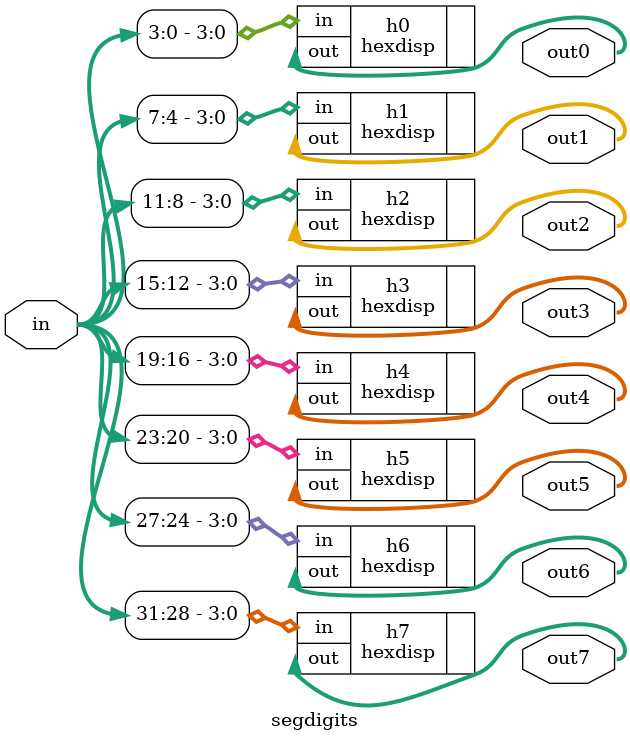
<source format=v>
module segdigits(
  input [31:0] in,
  output [7:0] out0,
  output [7:0] out1,
  output [7:0] out2,
  output [7:0] out3,
  output [7:0] out4,
  output [7:0] out5,
  output [7:0] out6,
  output [7:0] out7);

hexdisp h0(.in(in[3:0]), .out(out0));  
hexdisp h1(.in(in[7:4]), .out(out1));  
hexdisp h2(.in(in[11:8]), .out(out2));  
hexdisp h3(.in(in[15:12]), .out(out3));  
hexdisp h4(.in(in[19:16]), .out(out4));  
hexdisp h5(.in(in[23:20]), .out(out5));  
hexdisp h6(.in(in[27:24]), .out(out6));  
hexdisp h7(.in(in[31:28]), .out(out7));  
  
endmodule

  
</source>
